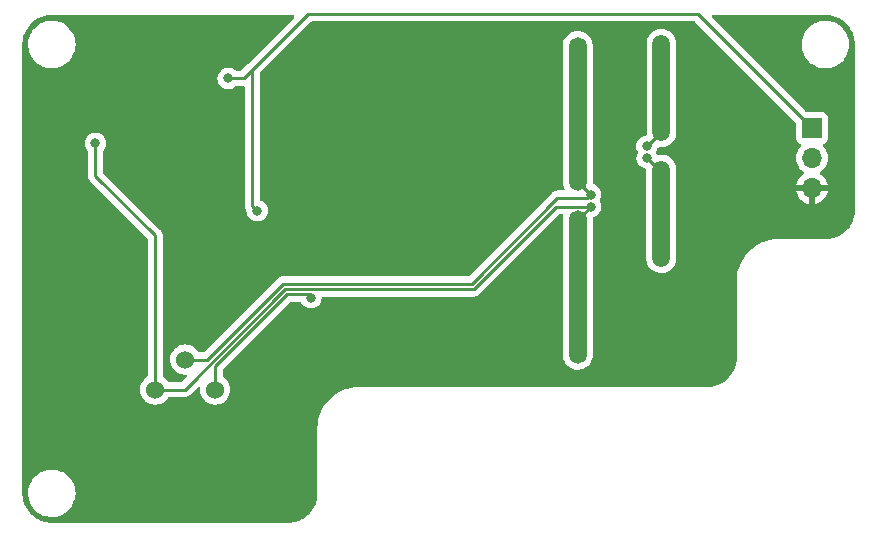
<source format=gbl>
G04 #@! TF.GenerationSoftware,KiCad,Pcbnew,(6.0.1-0)*
G04 #@! TF.CreationDate,2022-01-17T01:44:42+01:00*
G04 #@! TF.ProjectId,f_buzzer,665f6275-7a7a-4657-922e-6b696361645f,rev?*
G04 #@! TF.SameCoordinates,Original*
G04 #@! TF.FileFunction,Copper,L2,Bot*
G04 #@! TF.FilePolarity,Positive*
%FSLAX46Y46*%
G04 Gerber Fmt 4.6, Leading zero omitted, Abs format (unit mm)*
G04 Created by KiCad (PCBNEW (6.0.1-0)) date 2022-01-17 01:44:42*
%MOMM*%
%LPD*%
G01*
G04 APERTURE LIST*
G04 #@! TA.AperFunction,ComponentPad*
%ADD10O,1.500000X9.000000*%
G04 #@! TD*
G04 #@! TA.AperFunction,ComponentPad*
%ADD11C,1.524000*%
G04 #@! TD*
G04 #@! TA.AperFunction,ComponentPad*
%ADD12R,1.700000X1.700000*%
G04 #@! TD*
G04 #@! TA.AperFunction,ComponentPad*
%ADD13O,1.700000X1.700000*%
G04 #@! TD*
G04 #@! TA.AperFunction,ComponentPad*
%ADD14O,1.500000X13.000000*%
G04 #@! TD*
G04 #@! TA.AperFunction,ViaPad*
%ADD15C,0.800000*%
G04 #@! TD*
G04 #@! TA.AperFunction,Conductor*
%ADD16C,0.250000*%
G04 #@! TD*
G04 APERTURE END LIST*
D10*
X168820000Y-82850000D03*
X168810000Y-93490000D03*
D11*
X131035000Y-108365000D03*
X128495000Y-105825000D03*
X125955000Y-108365000D03*
D12*
X181570000Y-86230000D03*
D13*
X181570000Y-88770000D03*
X181570000Y-91310000D03*
D14*
X161740000Y-85020000D03*
X161740000Y-99680000D03*
D15*
X167610000Y-88760000D03*
X120900000Y-87520000D03*
X162820000Y-92869503D03*
X162820000Y-91870000D03*
X167594385Y-87760620D03*
X139150000Y-100584020D03*
X132150000Y-82020000D03*
X134600000Y-93220000D03*
D16*
X125955000Y-108365000D02*
X125955000Y-95305000D01*
X162820000Y-92869503D02*
X161740000Y-93949503D01*
X128449282Y-108365000D02*
X125955000Y-108365000D01*
X163111601Y-92869503D02*
X162820000Y-92869503D01*
X167610000Y-88760000D02*
X168810000Y-89960000D01*
X120900000Y-90250000D02*
X120900000Y-87520000D01*
X168810000Y-89960000D02*
X168810000Y-93490000D01*
X125955000Y-95305000D02*
X120900000Y-90250000D01*
X152936197Y-99859520D02*
X136954762Y-99859520D01*
X136954762Y-99859520D02*
X128449282Y-108365000D01*
X159926214Y-92869503D02*
X152936197Y-99859520D01*
X162820000Y-92869503D02*
X159926214Y-92869503D01*
X161740000Y-93949503D02*
X161740000Y-99680000D01*
X161740000Y-99680000D02*
X161740000Y-94870000D01*
X152749999Y-99410000D02*
X136768564Y-99410000D01*
X136768564Y-99410000D02*
X130353564Y-105825000D01*
X161740000Y-85020000D02*
X161740000Y-90420000D01*
X168820000Y-86535005D02*
X168820000Y-82850000D01*
X162820000Y-91870000D02*
X161740000Y-90790000D01*
X160015007Y-92144992D02*
X152749999Y-99410000D01*
X162820000Y-91870000D02*
X162545008Y-92144992D01*
X167594385Y-87760620D02*
X167584766Y-87760620D01*
X130353564Y-105825000D02*
X128495000Y-105825000D01*
X161740000Y-90790000D02*
X161740000Y-85020000D01*
X162545008Y-92144992D02*
X160015007Y-92144992D01*
X167594385Y-87760620D02*
X168820000Y-86535005D01*
X131035000Y-106415000D02*
X137140960Y-100309040D01*
X137140960Y-100309040D02*
X138875020Y-100309040D01*
X138875020Y-100309040D02*
X139150000Y-100584020D01*
X131035000Y-108365000D02*
X131035000Y-106415000D01*
X134200000Y-92820000D02*
X134200000Y-81280000D01*
X171900000Y-76550000D02*
X181580000Y-86230000D01*
X134200000Y-81280000D02*
X138930000Y-76550000D01*
X138930000Y-76550000D02*
X171900000Y-76550000D01*
X134600000Y-93220000D02*
X134200000Y-92820000D01*
X133460000Y-82020000D02*
X132150000Y-82020000D01*
X134200000Y-81280000D02*
X133460000Y-82020000D01*
G04 #@! TA.AperFunction,Conductor*
G36*
X137690027Y-76678002D02*
G01*
X137736520Y-76731658D01*
X137746624Y-76801932D01*
X137717130Y-76866512D01*
X137711002Y-76873094D01*
X135754546Y-78829549D01*
X133807747Y-80776348D01*
X133799461Y-80783888D01*
X133792982Y-80788000D01*
X133787557Y-80793777D01*
X133746357Y-80837651D01*
X133743602Y-80840493D01*
X133234499Y-81349596D01*
X133172187Y-81383621D01*
X133145404Y-81386500D01*
X132858200Y-81386500D01*
X132790079Y-81366498D01*
X132770853Y-81350157D01*
X132770580Y-81350460D01*
X132765668Y-81346037D01*
X132761253Y-81341134D01*
X132606752Y-81228882D01*
X132600724Y-81226198D01*
X132600722Y-81226197D01*
X132438319Y-81153891D01*
X132438318Y-81153891D01*
X132432288Y-81151206D01*
X132318606Y-81127042D01*
X132251944Y-81112872D01*
X132251939Y-81112872D01*
X132245487Y-81111500D01*
X132054513Y-81111500D01*
X132048061Y-81112872D01*
X132048056Y-81112872D01*
X131981394Y-81127042D01*
X131867712Y-81151206D01*
X131861682Y-81153891D01*
X131861681Y-81153891D01*
X131699278Y-81226197D01*
X131699276Y-81226198D01*
X131693248Y-81228882D01*
X131538747Y-81341134D01*
X131534326Y-81346044D01*
X131534325Y-81346045D01*
X131500492Y-81383621D01*
X131410960Y-81483056D01*
X131315473Y-81648444D01*
X131256458Y-81830072D01*
X131236496Y-82020000D01*
X131256458Y-82209928D01*
X131315473Y-82391556D01*
X131410960Y-82556944D01*
X131538747Y-82698866D01*
X131693248Y-82811118D01*
X131699276Y-82813802D01*
X131699278Y-82813803D01*
X131861681Y-82886109D01*
X131867712Y-82888794D01*
X131961112Y-82908647D01*
X132048056Y-82927128D01*
X132048061Y-82927128D01*
X132054513Y-82928500D01*
X132245487Y-82928500D01*
X132251939Y-82927128D01*
X132251944Y-82927128D01*
X132338888Y-82908647D01*
X132432288Y-82888794D01*
X132438319Y-82886109D01*
X132600722Y-82813803D01*
X132600724Y-82813802D01*
X132606752Y-82811118D01*
X132648911Y-82780488D01*
X132739671Y-82714546D01*
X132761253Y-82698866D01*
X132765668Y-82693963D01*
X132770580Y-82689540D01*
X132771705Y-82690789D01*
X132825014Y-82657949D01*
X132858200Y-82653500D01*
X133381233Y-82653500D01*
X133392416Y-82654027D01*
X133399909Y-82655702D01*
X133407834Y-82655453D01*
X133407835Y-82655453D01*
X133414630Y-82655239D01*
X133436542Y-82654550D01*
X133505255Y-82672401D01*
X133553412Y-82724569D01*
X133566500Y-82780488D01*
X133566500Y-92741233D01*
X133565973Y-92752416D01*
X133564298Y-92759909D01*
X133564547Y-92767835D01*
X133564547Y-92767836D01*
X133566438Y-92827986D01*
X133566500Y-92831945D01*
X133566500Y-92859856D01*
X133566997Y-92863790D01*
X133566997Y-92863791D01*
X133567005Y-92863856D01*
X133567938Y-92875693D01*
X133569327Y-92919889D01*
X133574978Y-92939339D01*
X133578987Y-92958700D01*
X133581526Y-92978797D01*
X133584445Y-92986168D01*
X133584445Y-92986170D01*
X133597804Y-93019912D01*
X133601649Y-93031142D01*
X133613982Y-93073593D01*
X133618015Y-93080412D01*
X133618017Y-93080417D01*
X133624293Y-93091028D01*
X133632988Y-93108776D01*
X133640448Y-93127617D01*
X133645111Y-93134035D01*
X133663123Y-93158827D01*
X133683114Y-93220355D01*
X133686496Y-93220000D01*
X133706458Y-93409928D01*
X133765473Y-93591556D01*
X133860960Y-93756944D01*
X133865378Y-93761851D01*
X133865379Y-93761852D01*
X133965458Y-93873001D01*
X133988747Y-93898866D01*
X134143248Y-94011118D01*
X134149276Y-94013802D01*
X134149278Y-94013803D01*
X134193912Y-94033675D01*
X134317712Y-94088794D01*
X134411112Y-94108647D01*
X134498056Y-94127128D01*
X134498061Y-94127128D01*
X134504513Y-94128500D01*
X134695487Y-94128500D01*
X134701939Y-94127128D01*
X134701944Y-94127128D01*
X134788887Y-94108647D01*
X134882288Y-94088794D01*
X135006088Y-94033675D01*
X135050722Y-94013803D01*
X135050724Y-94013802D01*
X135056752Y-94011118D01*
X135211253Y-93898866D01*
X135234542Y-93873001D01*
X135334621Y-93761852D01*
X135334622Y-93761851D01*
X135339040Y-93756944D01*
X135434527Y-93591556D01*
X135493542Y-93409928D01*
X135513504Y-93220000D01*
X135511381Y-93199798D01*
X135494232Y-93036635D01*
X135494232Y-93036633D01*
X135493542Y-93030072D01*
X135434527Y-92848444D01*
X135339040Y-92683056D01*
X135268910Y-92605168D01*
X135215675Y-92546045D01*
X135215674Y-92546044D01*
X135211253Y-92541134D01*
X135056752Y-92428882D01*
X135050724Y-92426198D01*
X135050722Y-92426197D01*
X134908251Y-92362765D01*
X134854155Y-92316785D01*
X134833500Y-92247658D01*
X134833500Y-81594594D01*
X134853502Y-81526473D01*
X134870405Y-81505499D01*
X139155499Y-77220405D01*
X139217811Y-77186379D01*
X139244594Y-77183500D01*
X171585406Y-77183500D01*
X171653527Y-77203502D01*
X171674501Y-77220405D01*
X180174595Y-85720499D01*
X180208621Y-85782811D01*
X180211500Y-85809594D01*
X180211500Y-87128134D01*
X180218255Y-87190316D01*
X180269385Y-87326705D01*
X180356739Y-87443261D01*
X180473295Y-87530615D01*
X180481704Y-87533767D01*
X180481705Y-87533768D01*
X180590451Y-87574535D01*
X180647216Y-87617176D01*
X180671916Y-87683738D01*
X180656709Y-87753087D01*
X180637316Y-87779568D01*
X180524829Y-87897279D01*
X180510629Y-87912138D01*
X180507715Y-87916410D01*
X180507714Y-87916411D01*
X180484427Y-87950548D01*
X180384743Y-88096680D01*
X180365612Y-88137894D01*
X180302512Y-88273833D01*
X180290688Y-88299305D01*
X180230989Y-88514570D01*
X180207251Y-88736695D01*
X180207548Y-88741848D01*
X180207548Y-88741851D01*
X180213011Y-88836590D01*
X180220110Y-88959715D01*
X180221247Y-88964761D01*
X180221248Y-88964767D01*
X180241119Y-89052939D01*
X180269222Y-89177639D01*
X180353266Y-89384616D01*
X180355965Y-89389020D01*
X180456944Y-89553803D01*
X180469987Y-89575088D01*
X180616250Y-89743938D01*
X180788126Y-89886632D01*
X180861955Y-89929774D01*
X180910679Y-89981412D01*
X180923750Y-90051195D01*
X180897019Y-90116967D01*
X180856562Y-90150327D01*
X180848457Y-90154546D01*
X180839738Y-90160036D01*
X180669433Y-90287905D01*
X180661726Y-90294748D01*
X180514590Y-90448717D01*
X180508104Y-90456727D01*
X180388098Y-90632649D01*
X180383000Y-90641623D01*
X180293338Y-90834783D01*
X180289775Y-90844470D01*
X180234389Y-91044183D01*
X180235912Y-91052607D01*
X180248292Y-91056000D01*
X182888344Y-91056000D01*
X182901875Y-91052027D01*
X182903180Y-91042947D01*
X182861214Y-90875875D01*
X182857894Y-90866124D01*
X182772972Y-90670814D01*
X182768105Y-90661739D01*
X182652426Y-90482926D01*
X182646136Y-90474757D01*
X182502806Y-90317240D01*
X182495273Y-90310215D01*
X182328139Y-90178222D01*
X182319556Y-90172520D01*
X182282602Y-90152120D01*
X182232631Y-90101687D01*
X182217859Y-90032245D01*
X182242975Y-89965839D01*
X182270327Y-89939232D01*
X182293797Y-89922491D01*
X182449860Y-89811173D01*
X182608096Y-89653489D01*
X182627771Y-89626109D01*
X182735435Y-89476277D01*
X182738453Y-89472077D01*
X182837430Y-89271811D01*
X182902370Y-89058069D01*
X182931529Y-88836590D01*
X182933156Y-88770000D01*
X182914852Y-88547361D01*
X182860431Y-88330702D01*
X182771354Y-88125840D01*
X182723084Y-88051226D01*
X182652822Y-87942617D01*
X182652820Y-87942614D01*
X182650014Y-87938277D01*
X182646532Y-87934450D01*
X182502798Y-87776488D01*
X182471746Y-87712642D01*
X182480141Y-87642143D01*
X182525317Y-87587375D01*
X182551761Y-87573706D01*
X182658297Y-87533767D01*
X182666705Y-87530615D01*
X182783261Y-87443261D01*
X182870615Y-87326705D01*
X182921745Y-87190316D01*
X182928500Y-87128134D01*
X182928500Y-85331866D01*
X182921745Y-85269684D01*
X182870615Y-85133295D01*
X182783261Y-85016739D01*
X182666705Y-84929385D01*
X182530316Y-84878255D01*
X182468134Y-84871500D01*
X181169595Y-84871500D01*
X181101474Y-84851498D01*
X181080500Y-84834595D01*
X175374829Y-79128924D01*
X180697418Y-79128924D01*
X180697835Y-79136150D01*
X180713179Y-79402257D01*
X180714004Y-79406462D01*
X180714005Y-79406470D01*
X180742848Y-79553483D01*
X180765889Y-79670923D01*
X180767276Y-79674974D01*
X180785275Y-79727544D01*
X180854573Y-79929950D01*
X180856499Y-79933779D01*
X180919495Y-80059032D01*
X180977591Y-80174544D01*
X180980017Y-80178073D01*
X180980020Y-80178079D01*
X181014642Y-80228454D01*
X181132666Y-80400179D01*
X181316929Y-80602681D01*
X181526969Y-80778302D01*
X181530595Y-80780577D01*
X181530597Y-80780578D01*
X181542429Y-80788000D01*
X181758901Y-80923792D01*
X181762803Y-80925554D01*
X181762807Y-80925556D01*
X182004520Y-81034694D01*
X182004524Y-81034696D01*
X182008432Y-81036460D01*
X182012551Y-81037680D01*
X182266832Y-81113002D01*
X182266837Y-81113003D01*
X182270945Y-81114220D01*
X182275179Y-81114868D01*
X182275184Y-81114869D01*
X182537340Y-81154984D01*
X182537342Y-81154984D01*
X182541582Y-81155633D01*
X182680913Y-81157822D01*
X182811045Y-81159867D01*
X182811051Y-81159867D01*
X182815336Y-81159934D01*
X183087141Y-81127042D01*
X183351967Y-81057566D01*
X183604914Y-80952792D01*
X183799510Y-80839079D01*
X183837598Y-80816822D01*
X183837599Y-80816821D01*
X183841301Y-80814658D01*
X184056754Y-80645722D01*
X184101539Y-80599508D01*
X184244303Y-80452186D01*
X184247286Y-80449108D01*
X184249819Y-80445660D01*
X184249823Y-80445655D01*
X184406834Y-80231909D01*
X184409372Y-80228454D01*
X184411418Y-80224686D01*
X184537962Y-79991621D01*
X184537963Y-79991619D01*
X184540012Y-79987845D01*
X184636789Y-79731732D01*
X184697912Y-79464854D01*
X184710031Y-79329075D01*
X184722031Y-79194616D01*
X184722251Y-79192151D01*
X184722341Y-79183599D01*
X184722666Y-79152485D01*
X184722692Y-79150000D01*
X184722523Y-79147519D01*
X184704362Y-78881123D01*
X184704361Y-78881117D01*
X184704070Y-78876846D01*
X184698433Y-78849623D01*
X184675790Y-78740284D01*
X184648550Y-78608747D01*
X184557157Y-78350664D01*
X184551590Y-78339877D01*
X184433550Y-78111178D01*
X184433549Y-78111177D01*
X184431585Y-78107371D01*
X184428270Y-78102654D01*
X184276619Y-77886877D01*
X184276614Y-77886871D01*
X184274155Y-77883372D01*
X184202189Y-77805927D01*
X184090703Y-77685954D01*
X184090700Y-77685951D01*
X184087782Y-77682811D01*
X184084466Y-77680097D01*
X184084463Y-77680094D01*
X183879233Y-77512114D01*
X183879226Y-77512109D01*
X183875915Y-77509399D01*
X183642472Y-77366345D01*
X183638555Y-77364626D01*
X183638552Y-77364624D01*
X183456506Y-77284712D01*
X183391775Y-77256297D01*
X183387647Y-77255121D01*
X183387644Y-77255120D01*
X183306557Y-77232022D01*
X183128462Y-77181290D01*
X183124220Y-77180686D01*
X183124214Y-77180685D01*
X182925596Y-77152418D01*
X182857406Y-77142713D01*
X182713671Y-77141961D01*
X182587908Y-77141302D01*
X182587902Y-77141302D01*
X182583622Y-77141280D01*
X182579378Y-77141839D01*
X182579374Y-77141839D01*
X182460397Y-77157503D01*
X182312177Y-77177016D01*
X182308037Y-77178149D01*
X182308035Y-77178149D01*
X182215360Y-77203502D01*
X182048093Y-77249261D01*
X181796257Y-77356678D01*
X181561329Y-77497280D01*
X181557978Y-77499964D01*
X181557976Y-77499966D01*
X181546202Y-77509399D01*
X181347657Y-77668463D01*
X181217209Y-77805927D01*
X181162716Y-77863351D01*
X181159194Y-77867062D01*
X180999428Y-78089400D01*
X180871314Y-78331364D01*
X180831399Y-78440439D01*
X180787234Y-78561127D01*
X180777225Y-78588477D01*
X180718899Y-78855980D01*
X180715058Y-78904783D01*
X180698003Y-79121496D01*
X180697418Y-79128924D01*
X175374829Y-79128924D01*
X173119000Y-76873095D01*
X173084974Y-76810783D01*
X173090039Y-76739968D01*
X173132586Y-76683132D01*
X173199106Y-76658321D01*
X173208095Y-76658000D01*
X182660672Y-76658000D01*
X182680057Y-76659500D01*
X182694858Y-76661805D01*
X182694861Y-76661805D01*
X182703730Y-76663186D01*
X182720899Y-76660941D01*
X182744839Y-76660108D01*
X183002770Y-76675710D01*
X183017874Y-76677544D01*
X183088648Y-76690514D01*
X183298879Y-76729040D01*
X183313641Y-76732678D01*
X183586408Y-76817675D01*
X183600627Y-76823069D01*
X183861140Y-76940316D01*
X183874609Y-76947385D01*
X184119095Y-77095182D01*
X184131617Y-77103825D01*
X184356507Y-77280016D01*
X184367895Y-77290106D01*
X184569894Y-77492105D01*
X184579984Y-77503493D01*
X184756175Y-77728383D01*
X184764818Y-77740905D01*
X184912615Y-77985391D01*
X184919684Y-77998860D01*
X185011613Y-78203118D01*
X185036930Y-78259370D01*
X185042325Y-78273592D01*
X185116238Y-78510786D01*
X185127321Y-78546353D01*
X185130960Y-78561121D01*
X185162785Y-78734783D01*
X185182456Y-78842126D01*
X185184290Y-78857230D01*
X185199455Y-79107929D01*
X185198198Y-79134639D01*
X185198195Y-79134859D01*
X185196814Y-79143730D01*
X185197978Y-79152632D01*
X185197978Y-79152635D01*
X185200936Y-79175251D01*
X185202000Y-79191589D01*
X185202000Y-93100672D01*
X185200500Y-93120057D01*
X185198324Y-93134035D01*
X185196814Y-93143730D01*
X185198788Y-93158827D01*
X185199059Y-93160897D01*
X185199892Y-93184839D01*
X185184290Y-93442770D01*
X185182456Y-93457874D01*
X185131068Y-93738297D01*
X185130962Y-93738873D01*
X185127322Y-93753641D01*
X185042326Y-94026404D01*
X185036931Y-94040627D01*
X185014636Y-94090166D01*
X184919686Y-94301136D01*
X184912615Y-94314609D01*
X184764818Y-94559095D01*
X184756175Y-94571617D01*
X184579984Y-94796507D01*
X184569894Y-94807895D01*
X184367895Y-95009894D01*
X184356507Y-95019984D01*
X184131617Y-95196175D01*
X184119095Y-95204818D01*
X183874609Y-95352615D01*
X183861140Y-95359684D01*
X183600630Y-95476930D01*
X183586408Y-95482325D01*
X183313641Y-95567322D01*
X183298879Y-95570960D01*
X183088648Y-95609486D01*
X183017874Y-95622456D01*
X183002770Y-95624290D01*
X182752071Y-95639455D01*
X182725361Y-95638198D01*
X182725141Y-95638195D01*
X182716270Y-95636814D01*
X182707368Y-95637978D01*
X182707365Y-95637978D01*
X182684749Y-95640936D01*
X182668411Y-95642000D01*
X178763207Y-95642000D01*
X178742303Y-95640254D01*
X178739137Y-95639721D01*
X178722539Y-95636929D01*
X178716419Y-95636854D01*
X178714867Y-95636835D01*
X178714862Y-95636835D01*
X178710000Y-95636776D01*
X178705172Y-95637467D01*
X178705053Y-95637475D01*
X178693583Y-95638575D01*
X178368831Y-95654529D01*
X178368827Y-95654529D01*
X178365741Y-95654681D01*
X178024798Y-95705256D01*
X178021803Y-95706006D01*
X178021804Y-95706006D01*
X177693454Y-95788253D01*
X177693449Y-95788255D01*
X177690453Y-95789005D01*
X177687554Y-95790042D01*
X177687545Y-95790045D01*
X177528190Y-95847063D01*
X177365927Y-95905122D01*
X177363144Y-95906438D01*
X177363135Y-95906442D01*
X177057128Y-96051173D01*
X177054346Y-96052489D01*
X177051704Y-96054072D01*
X177051705Y-96054072D01*
X176761359Y-96228098D01*
X176761350Y-96228104D01*
X176758709Y-96229687D01*
X176481864Y-96435009D01*
X176226478Y-96666478D01*
X175995009Y-96921864D01*
X175789687Y-97198709D01*
X175788104Y-97201350D01*
X175788098Y-97201359D01*
X175730774Y-97296999D01*
X175612489Y-97494346D01*
X175611175Y-97497125D01*
X175611173Y-97497128D01*
X175466442Y-97803135D01*
X175466438Y-97803144D01*
X175465122Y-97805927D01*
X175439278Y-97878156D01*
X175373822Y-98061095D01*
X175349005Y-98130453D01*
X175348255Y-98133449D01*
X175348253Y-98133454D01*
X175325292Y-98225119D01*
X175265256Y-98464798D01*
X175214681Y-98805741D01*
X175214529Y-98808827D01*
X175214529Y-98808831D01*
X175199349Y-99117828D01*
X175197756Y-99132544D01*
X175196929Y-99137461D01*
X175196776Y-99150000D01*
X175197466Y-99154815D01*
X175200727Y-99177588D01*
X175202000Y-99195451D01*
X175202000Y-105600672D01*
X175200500Y-105620056D01*
X175196814Y-105643730D01*
X175199059Y-105660897D01*
X175199892Y-105684839D01*
X175184290Y-105942770D01*
X175182456Y-105957874D01*
X175174066Y-106003656D01*
X175139192Y-106193964D01*
X175130962Y-106238873D01*
X175127322Y-106253641D01*
X175060779Y-106467185D01*
X175042326Y-106526404D01*
X175036931Y-106540627D01*
X174968371Y-106692963D01*
X174919686Y-106801136D01*
X174912615Y-106814609D01*
X174764818Y-107059095D01*
X174756175Y-107071617D01*
X174579984Y-107296507D01*
X174569894Y-107307895D01*
X174367895Y-107509894D01*
X174356507Y-107519984D01*
X174131617Y-107696175D01*
X174119095Y-107704818D01*
X173874609Y-107852615D01*
X173861140Y-107859684D01*
X173695763Y-107934114D01*
X173600630Y-107976930D01*
X173586408Y-107982325D01*
X173313641Y-108067322D01*
X173298879Y-108070960D01*
X173088648Y-108109486D01*
X173017874Y-108122456D01*
X173002770Y-108124290D01*
X172752071Y-108139455D01*
X172725361Y-108138198D01*
X172725141Y-108138195D01*
X172716270Y-108136814D01*
X172707368Y-108137978D01*
X172707365Y-108137978D01*
X172684749Y-108140936D01*
X172668411Y-108142000D01*
X143263207Y-108142000D01*
X143242303Y-108140254D01*
X143239137Y-108139721D01*
X143222539Y-108136929D01*
X143216419Y-108136854D01*
X143214867Y-108136835D01*
X143214862Y-108136835D01*
X143210000Y-108136776D01*
X143205172Y-108137467D01*
X143205053Y-108137475D01*
X143193583Y-108138575D01*
X142868831Y-108154529D01*
X142868827Y-108154529D01*
X142865741Y-108154681D01*
X142524798Y-108205256D01*
X142521803Y-108206006D01*
X142521804Y-108206006D01*
X142193454Y-108288253D01*
X142193449Y-108288255D01*
X142190453Y-108289005D01*
X142187554Y-108290042D01*
X142187545Y-108290045D01*
X142028190Y-108347064D01*
X141865927Y-108405122D01*
X141863144Y-108406438D01*
X141863135Y-108406442D01*
X141557128Y-108551173D01*
X141554346Y-108552489D01*
X141551704Y-108554072D01*
X141551705Y-108554072D01*
X141261359Y-108728098D01*
X141261350Y-108728104D01*
X141258709Y-108729687D01*
X141256224Y-108731530D01*
X140992031Y-108927469D01*
X140981864Y-108935009D01*
X140726478Y-109166478D01*
X140495009Y-109421864D01*
X140493168Y-109424347D01*
X140493165Y-109424350D01*
X140391732Y-109561117D01*
X140289687Y-109698709D01*
X140288104Y-109701350D01*
X140288098Y-109701359D01*
X140125440Y-109972739D01*
X140112489Y-109994346D01*
X140111175Y-109997125D01*
X140111173Y-109997128D01*
X139966442Y-110303135D01*
X139966438Y-110303144D01*
X139965122Y-110305927D01*
X139849005Y-110630453D01*
X139765256Y-110964798D01*
X139714681Y-111305741D01*
X139714529Y-111308827D01*
X139714529Y-111308831D01*
X139699349Y-111617828D01*
X139697756Y-111632544D01*
X139696929Y-111637461D01*
X139696776Y-111650000D01*
X139697466Y-111654815D01*
X139700727Y-111677588D01*
X139702000Y-111695451D01*
X139702000Y-117100672D01*
X139700500Y-117120056D01*
X139696814Y-117143730D01*
X139698454Y-117156270D01*
X139699059Y-117160897D01*
X139699892Y-117184839D01*
X139684290Y-117442770D01*
X139682456Y-117457874D01*
X139669486Y-117528648D01*
X139632271Y-117731732D01*
X139630962Y-117738873D01*
X139627322Y-117753641D01*
X139553165Y-117991621D01*
X139542326Y-118026404D01*
X139536931Y-118040627D01*
X139478385Y-118170713D01*
X139419686Y-118301136D01*
X139412615Y-118314609D01*
X139264818Y-118559095D01*
X139256175Y-118571617D01*
X139079984Y-118796507D01*
X139069894Y-118807895D01*
X138867895Y-119009894D01*
X138856507Y-119019984D01*
X138631617Y-119196175D01*
X138619095Y-119204818D01*
X138374609Y-119352615D01*
X138361140Y-119359684D01*
X138100630Y-119476930D01*
X138086408Y-119482325D01*
X137813641Y-119567322D01*
X137798879Y-119570960D01*
X137588648Y-119609486D01*
X137517874Y-119622456D01*
X137502770Y-119624290D01*
X137252071Y-119639455D01*
X137225361Y-119638198D01*
X137225141Y-119638195D01*
X137216270Y-119636814D01*
X137207368Y-119637978D01*
X137207365Y-119637978D01*
X137184749Y-119640936D01*
X137168411Y-119642000D01*
X117259328Y-119642000D01*
X117239943Y-119640500D01*
X117225142Y-119638195D01*
X117225139Y-119638195D01*
X117216270Y-119636814D01*
X117199101Y-119639059D01*
X117175161Y-119639892D01*
X116917230Y-119624290D01*
X116902126Y-119622456D01*
X116831352Y-119609486D01*
X116621121Y-119570960D01*
X116606359Y-119567322D01*
X116333592Y-119482325D01*
X116319370Y-119476930D01*
X116058860Y-119359684D01*
X116045391Y-119352615D01*
X115800905Y-119204818D01*
X115788383Y-119196175D01*
X115563493Y-119019984D01*
X115552105Y-119009894D01*
X115350106Y-118807895D01*
X115340016Y-118796507D01*
X115163825Y-118571617D01*
X115155182Y-118559095D01*
X115007385Y-118314609D01*
X115000314Y-118301136D01*
X114941616Y-118170713D01*
X114883069Y-118040627D01*
X114877674Y-118026404D01*
X114866835Y-117991621D01*
X114792678Y-117753641D01*
X114789038Y-117738873D01*
X114787730Y-117731732D01*
X114750514Y-117528648D01*
X114737544Y-117457874D01*
X114735710Y-117442770D01*
X114720545Y-117192071D01*
X114721802Y-117165361D01*
X114721805Y-117165141D01*
X114723186Y-117156270D01*
X114721547Y-117143730D01*
X114719610Y-117128924D01*
X115197418Y-117128924D01*
X115197835Y-117136150D01*
X115213179Y-117402257D01*
X115214004Y-117406462D01*
X115214005Y-117406470D01*
X115242848Y-117553483D01*
X115265889Y-117670923D01*
X115267276Y-117674974D01*
X115294212Y-117753647D01*
X115354573Y-117929950D01*
X115356499Y-117933779D01*
X115419495Y-118059032D01*
X115477591Y-118174544D01*
X115480017Y-118178073D01*
X115480020Y-118178079D01*
X115514642Y-118228454D01*
X115632666Y-118400179D01*
X115816929Y-118602681D01*
X116026969Y-118778302D01*
X116030595Y-118780577D01*
X116030597Y-118780578D01*
X116080703Y-118812009D01*
X116258901Y-118923792D01*
X116262803Y-118925554D01*
X116262807Y-118925556D01*
X116504520Y-119034694D01*
X116504524Y-119034696D01*
X116508432Y-119036460D01*
X116512551Y-119037680D01*
X116766832Y-119113002D01*
X116766837Y-119113003D01*
X116770945Y-119114220D01*
X116775179Y-119114868D01*
X116775184Y-119114869D01*
X117037340Y-119154984D01*
X117037342Y-119154984D01*
X117041582Y-119155633D01*
X117180913Y-119157822D01*
X117311045Y-119159867D01*
X117311051Y-119159867D01*
X117315336Y-119159934D01*
X117587141Y-119127042D01*
X117851967Y-119057566D01*
X118104914Y-118952792D01*
X118341301Y-118814658D01*
X118556754Y-118645722D01*
X118601539Y-118599508D01*
X118744303Y-118452186D01*
X118747286Y-118449108D01*
X118749819Y-118445660D01*
X118749823Y-118445655D01*
X118906834Y-118231909D01*
X118909372Y-118228454D01*
X118911418Y-118224686D01*
X119037962Y-117991621D01*
X119037963Y-117991619D01*
X119040012Y-117987845D01*
X119128508Y-117753647D01*
X119135271Y-117735750D01*
X119135272Y-117735746D01*
X119136789Y-117731732D01*
X119186386Y-117515180D01*
X119196954Y-117469038D01*
X119196955Y-117469034D01*
X119197912Y-117464854D01*
X119210031Y-117329075D01*
X119222031Y-117194616D01*
X119222251Y-117192151D01*
X119222692Y-117150000D01*
X119222523Y-117147519D01*
X119204362Y-116881123D01*
X119204361Y-116881117D01*
X119204070Y-116876846D01*
X119148550Y-116608747D01*
X119057157Y-116350664D01*
X119049277Y-116335395D01*
X118933550Y-116111178D01*
X118933549Y-116111177D01*
X118931585Y-116107371D01*
X118929122Y-116103866D01*
X118776619Y-115886877D01*
X118776614Y-115886871D01*
X118774155Y-115883372D01*
X118587782Y-115682811D01*
X118584466Y-115680097D01*
X118584463Y-115680094D01*
X118379233Y-115512114D01*
X118379226Y-115512109D01*
X118375915Y-115509399D01*
X118142472Y-115366345D01*
X118138555Y-115364626D01*
X118138552Y-115364624D01*
X118028232Y-115316197D01*
X117891775Y-115256297D01*
X117887647Y-115255121D01*
X117887644Y-115255120D01*
X117806557Y-115232022D01*
X117628462Y-115181290D01*
X117624220Y-115180686D01*
X117624214Y-115180685D01*
X117425596Y-115152418D01*
X117357406Y-115142713D01*
X117213671Y-115141961D01*
X117087908Y-115141302D01*
X117087902Y-115141302D01*
X117083622Y-115141280D01*
X117079378Y-115141839D01*
X117079374Y-115141839D01*
X116960397Y-115157503D01*
X116812177Y-115177016D01*
X116808037Y-115178149D01*
X116808035Y-115178149D01*
X116792251Y-115182467D01*
X116548093Y-115249261D01*
X116296257Y-115356678D01*
X116061329Y-115497280D01*
X116057978Y-115499964D01*
X116057976Y-115499966D01*
X116046202Y-115509399D01*
X115847657Y-115668463D01*
X115659194Y-115867062D01*
X115499428Y-116089400D01*
X115371314Y-116331364D01*
X115277225Y-116588477D01*
X115218899Y-116855980D01*
X115197418Y-117128924D01*
X114719610Y-117128924D01*
X114719064Y-117124749D01*
X114718000Y-117108411D01*
X114718000Y-87520000D01*
X119986496Y-87520000D01*
X119987186Y-87526565D01*
X119999334Y-87642143D01*
X120006458Y-87709928D01*
X120065473Y-87891556D01*
X120160960Y-88056944D01*
X120234137Y-88138215D01*
X120264853Y-88202221D01*
X120266500Y-88222524D01*
X120266500Y-90171233D01*
X120265973Y-90182416D01*
X120264298Y-90189909D01*
X120264547Y-90197835D01*
X120264547Y-90197836D01*
X120266438Y-90257986D01*
X120266500Y-90261945D01*
X120266500Y-90289856D01*
X120266997Y-90293790D01*
X120266997Y-90293791D01*
X120267005Y-90293856D01*
X120267938Y-90305693D01*
X120269327Y-90349889D01*
X120274978Y-90369339D01*
X120278987Y-90388700D01*
X120281526Y-90408797D01*
X120284445Y-90416168D01*
X120284445Y-90416170D01*
X120297804Y-90449912D01*
X120301649Y-90461142D01*
X120307978Y-90482926D01*
X120313982Y-90503593D01*
X120318015Y-90510412D01*
X120318017Y-90510417D01*
X120324293Y-90521028D01*
X120332988Y-90538776D01*
X120340448Y-90557617D01*
X120345110Y-90564033D01*
X120345110Y-90564034D01*
X120366436Y-90593387D01*
X120372952Y-90603307D01*
X120395458Y-90641362D01*
X120409779Y-90655683D01*
X120422619Y-90670716D01*
X120434528Y-90687107D01*
X120440634Y-90692158D01*
X120468605Y-90715298D01*
X120477384Y-90723288D01*
X125284595Y-95530499D01*
X125318621Y-95592811D01*
X125321500Y-95619594D01*
X125321500Y-107191996D01*
X125301498Y-107260117D01*
X125267771Y-107295209D01*
X125139730Y-107384864D01*
X125139727Y-107384866D01*
X125135219Y-107388023D01*
X124978023Y-107545219D01*
X124974866Y-107549727D01*
X124974864Y-107549730D01*
X124869031Y-107700876D01*
X124850512Y-107727324D01*
X124848189Y-107732306D01*
X124848186Y-107732311D01*
X124790250Y-107856556D01*
X124756560Y-107928804D01*
X124699022Y-108143537D01*
X124679647Y-108365000D01*
X124699022Y-108586463D01*
X124700446Y-108591776D01*
X124754050Y-108791827D01*
X124756560Y-108801196D01*
X124758882Y-108806177D01*
X124758883Y-108806178D01*
X124848186Y-108997689D01*
X124848189Y-108997694D01*
X124850512Y-109002676D01*
X124853668Y-109007183D01*
X124853669Y-109007185D01*
X124971994Y-109176170D01*
X124978023Y-109184781D01*
X125135219Y-109341977D01*
X125139727Y-109345134D01*
X125139730Y-109345136D01*
X125215495Y-109398187D01*
X125317323Y-109469488D01*
X125322305Y-109471811D01*
X125322310Y-109471814D01*
X125513822Y-109561117D01*
X125518804Y-109563440D01*
X125524112Y-109564862D01*
X125524114Y-109564863D01*
X125589949Y-109582503D01*
X125733537Y-109620978D01*
X125955000Y-109640353D01*
X126176463Y-109620978D01*
X126320051Y-109582503D01*
X126385886Y-109564863D01*
X126385888Y-109564862D01*
X126391196Y-109563440D01*
X126396178Y-109561117D01*
X126587690Y-109471814D01*
X126587695Y-109471811D01*
X126592677Y-109469488D01*
X126694505Y-109398187D01*
X126770270Y-109345136D01*
X126770273Y-109345134D01*
X126774781Y-109341977D01*
X126931977Y-109184781D01*
X126938007Y-109176170D01*
X127024791Y-109052229D01*
X127080248Y-109007901D01*
X127128004Y-108998500D01*
X128370515Y-108998500D01*
X128381698Y-108999027D01*
X128389191Y-109000702D01*
X128397117Y-109000453D01*
X128397118Y-109000453D01*
X128457268Y-108998562D01*
X128461227Y-108998500D01*
X128489138Y-108998500D01*
X128493073Y-108998003D01*
X128493138Y-108997995D01*
X128504975Y-108997062D01*
X128537233Y-108996048D01*
X128541252Y-108995922D01*
X128549171Y-108995673D01*
X128568625Y-108990021D01*
X128587982Y-108986013D01*
X128600212Y-108984468D01*
X128600213Y-108984468D01*
X128608079Y-108983474D01*
X128615450Y-108980555D01*
X128615452Y-108980555D01*
X128649194Y-108967196D01*
X128660424Y-108963351D01*
X128695265Y-108953229D01*
X128695266Y-108953229D01*
X128702875Y-108951018D01*
X128709694Y-108946985D01*
X128709699Y-108946983D01*
X128720310Y-108940707D01*
X128738058Y-108932012D01*
X128756899Y-108924552D01*
X128792669Y-108898564D01*
X128802589Y-108892048D01*
X128833817Y-108873580D01*
X128833820Y-108873578D01*
X128840644Y-108869542D01*
X128854965Y-108855221D01*
X128869999Y-108842380D01*
X128879976Y-108835131D01*
X128886389Y-108830472D01*
X128914580Y-108796395D01*
X128922570Y-108787616D01*
X129554596Y-108155590D01*
X129616908Y-108121564D01*
X129687723Y-108126629D01*
X129744559Y-108169176D01*
X129769370Y-108235696D01*
X129769212Y-108255666D01*
X129760562Y-108354545D01*
X129759647Y-108365000D01*
X129779022Y-108586463D01*
X129780446Y-108591776D01*
X129834050Y-108791827D01*
X129836560Y-108801196D01*
X129838882Y-108806177D01*
X129838883Y-108806178D01*
X129928186Y-108997689D01*
X129928189Y-108997694D01*
X129930512Y-109002676D01*
X129933668Y-109007183D01*
X129933669Y-109007185D01*
X130051994Y-109176170D01*
X130058023Y-109184781D01*
X130215219Y-109341977D01*
X130219727Y-109345134D01*
X130219730Y-109345136D01*
X130295495Y-109398187D01*
X130397323Y-109469488D01*
X130402305Y-109471811D01*
X130402310Y-109471814D01*
X130593822Y-109561117D01*
X130598804Y-109563440D01*
X130604112Y-109564862D01*
X130604114Y-109564863D01*
X130669949Y-109582503D01*
X130813537Y-109620978D01*
X131035000Y-109640353D01*
X131256463Y-109620978D01*
X131400051Y-109582503D01*
X131465886Y-109564863D01*
X131465888Y-109564862D01*
X131471196Y-109563440D01*
X131476178Y-109561117D01*
X131667690Y-109471814D01*
X131667695Y-109471811D01*
X131672677Y-109469488D01*
X131774505Y-109398187D01*
X131850270Y-109345136D01*
X131850273Y-109345134D01*
X131854781Y-109341977D01*
X132011977Y-109184781D01*
X132018007Y-109176170D01*
X132136331Y-109007185D01*
X132136332Y-109007183D01*
X132139488Y-109002676D01*
X132141811Y-108997694D01*
X132141814Y-108997689D01*
X132231117Y-108806178D01*
X132231118Y-108806177D01*
X132233440Y-108801196D01*
X132235951Y-108791827D01*
X132289554Y-108591776D01*
X132290978Y-108586463D01*
X132310353Y-108365000D01*
X132290978Y-108143537D01*
X132233440Y-107928804D01*
X132199750Y-107856556D01*
X132141814Y-107732311D01*
X132141811Y-107732306D01*
X132139488Y-107727324D01*
X132120969Y-107700876D01*
X132015136Y-107549730D01*
X132015134Y-107549727D01*
X132011977Y-107545219D01*
X131854781Y-107388023D01*
X131850273Y-107384866D01*
X131850270Y-107384864D01*
X131722229Y-107295209D01*
X131677901Y-107239752D01*
X131668500Y-107191996D01*
X131668500Y-106729594D01*
X131688502Y-106661473D01*
X131705405Y-106640499D01*
X137366459Y-100979445D01*
X137428771Y-100945419D01*
X137455554Y-100942540D01*
X138235201Y-100942540D01*
X138303322Y-100962542D01*
X138344319Y-101005539D01*
X138410960Y-101120964D01*
X138538747Y-101262886D01*
X138693248Y-101375138D01*
X138699276Y-101377822D01*
X138699278Y-101377823D01*
X138861681Y-101450129D01*
X138867712Y-101452814D01*
X138961113Y-101472667D01*
X139048056Y-101491148D01*
X139048061Y-101491148D01*
X139054513Y-101492520D01*
X139245487Y-101492520D01*
X139251939Y-101491148D01*
X139251944Y-101491148D01*
X139338887Y-101472667D01*
X139432288Y-101452814D01*
X139438319Y-101450129D01*
X139600722Y-101377823D01*
X139600724Y-101377822D01*
X139606752Y-101375138D01*
X139761253Y-101262886D01*
X139889040Y-101120964D01*
X139984527Y-100955576D01*
X140043542Y-100773948D01*
X140061210Y-100605849D01*
X140088223Y-100540193D01*
X140146445Y-100499563D01*
X140186520Y-100493020D01*
X152857430Y-100493020D01*
X152868613Y-100493547D01*
X152876106Y-100495222D01*
X152884032Y-100494973D01*
X152884033Y-100494973D01*
X152944183Y-100493082D01*
X152948142Y-100493020D01*
X152976053Y-100493020D01*
X152979988Y-100492523D01*
X152980053Y-100492515D01*
X152991890Y-100491582D01*
X153024148Y-100490568D01*
X153028167Y-100490442D01*
X153036086Y-100490193D01*
X153055540Y-100484541D01*
X153074897Y-100480533D01*
X153087127Y-100478988D01*
X153087128Y-100478988D01*
X153094994Y-100477994D01*
X153102365Y-100475075D01*
X153102367Y-100475075D01*
X153136109Y-100461716D01*
X153147339Y-100457871D01*
X153182180Y-100447749D01*
X153182181Y-100447749D01*
X153189790Y-100445538D01*
X153196609Y-100441505D01*
X153196614Y-100441503D01*
X153207225Y-100435227D01*
X153224973Y-100426532D01*
X153243814Y-100419072D01*
X153279584Y-100393084D01*
X153289504Y-100386568D01*
X153320732Y-100368100D01*
X153320735Y-100368098D01*
X153327559Y-100364062D01*
X153341880Y-100349741D01*
X153356914Y-100336900D01*
X153366891Y-100329651D01*
X153373304Y-100324992D01*
X153401495Y-100290915D01*
X153409485Y-100282136D01*
X160151714Y-93539908D01*
X160214026Y-93505882D01*
X160240809Y-93503003D01*
X160388371Y-93503003D01*
X160456492Y-93523005D01*
X160502985Y-93576661D01*
X160513089Y-93646935D01*
X160511753Y-93654554D01*
X160484787Y-93784767D01*
X160484521Y-93789378D01*
X160484521Y-93789379D01*
X160483958Y-93799153D01*
X160481500Y-93841775D01*
X160481500Y-105486999D01*
X160481749Y-105489786D01*
X160481749Y-105489792D01*
X160488009Y-105559929D01*
X160496383Y-105653762D01*
X160497864Y-105659176D01*
X160497865Y-105659181D01*
X160532809Y-105786912D01*
X160555663Y-105870451D01*
X160652378Y-106073218D01*
X160783471Y-106255654D01*
X160944799Y-106411992D01*
X161131262Y-106537290D01*
X161336967Y-106627588D01*
X161342418Y-106628897D01*
X161342422Y-106628898D01*
X161549954Y-106678722D01*
X161555411Y-106680032D01*
X161639475Y-106684879D01*
X161774083Y-106692640D01*
X161774086Y-106692640D01*
X161779690Y-106692963D01*
X162002715Y-106665975D01*
X162217435Y-106599918D01*
X162222415Y-106597348D01*
X162222419Y-106597346D01*
X162412081Y-106499454D01*
X162412082Y-106499454D01*
X162417064Y-106496882D01*
X162595292Y-106360123D01*
X162746485Y-106193964D01*
X162839012Y-106046463D01*
X162862885Y-106008405D01*
X162865864Y-106003656D01*
X162949656Y-105795217D01*
X162995213Y-105575233D01*
X162998500Y-105518225D01*
X162998500Y-93873001D01*
X162998251Y-93870215D01*
X162998157Y-93868096D01*
X163015109Y-93799153D01*
X163066643Y-93750319D01*
X163089686Y-93742136D01*
X163089548Y-93741711D01*
X163095832Y-93739669D01*
X163102288Y-93738297D01*
X163108319Y-93735612D01*
X163270722Y-93663306D01*
X163270724Y-93663305D01*
X163276752Y-93660621D01*
X163285103Y-93654554D01*
X163380462Y-93585271D01*
X163431253Y-93548369D01*
X163454091Y-93523005D01*
X163554621Y-93411355D01*
X163554622Y-93411354D01*
X163559040Y-93406447D01*
X163654527Y-93241059D01*
X163680040Y-93162539D01*
X163691417Y-93127525D01*
X163697241Y-93112815D01*
X163707493Y-93091028D01*
X163718884Y-93066821D01*
X163748876Y-92909597D01*
X163743309Y-92821103D01*
X163739324Y-92757765D01*
X163739324Y-92757763D01*
X163738826Y-92749853D01*
X163703330Y-92640606D01*
X163691815Y-92605168D01*
X163691815Y-92605167D01*
X163689365Y-92597628D01*
X163686028Y-92592369D01*
X163681452Y-92580811D01*
X163656568Y-92504229D01*
X163654527Y-92497947D01*
X163616886Y-92432751D01*
X163600148Y-92363756D01*
X163616885Y-92306753D01*
X163654527Y-92241556D01*
X163713542Y-92059928D01*
X163733504Y-91870000D01*
X163713542Y-91680072D01*
X163654527Y-91498444D01*
X163559040Y-91333056D01*
X163431253Y-91191134D01*
X163276752Y-91078882D01*
X163270724Y-91076198D01*
X163270722Y-91076197D01*
X163108319Y-91003891D01*
X163108318Y-91003891D01*
X163102288Y-91001206D01*
X163095832Y-90999834D01*
X163089548Y-90997792D01*
X163090066Y-90996197D01*
X163034956Y-90966441D01*
X163000638Y-90904290D01*
X162997840Y-90869676D01*
X162998395Y-90860052D01*
X162998395Y-90860040D01*
X162998500Y-90858225D01*
X162998500Y-87760620D01*
X166680881Y-87760620D01*
X166681571Y-87767185D01*
X166691638Y-87862963D01*
X166700843Y-87950548D01*
X166759858Y-88132176D01*
X166763161Y-88137898D01*
X166763162Y-88137899D01*
X166805271Y-88210833D01*
X166822009Y-88279828D01*
X166805272Y-88336831D01*
X166775473Y-88388444D01*
X166716458Y-88570072D01*
X166715768Y-88576633D01*
X166715768Y-88576635D01*
X166697186Y-88753435D01*
X166696496Y-88760000D01*
X166697186Y-88766565D01*
X166712308Y-88910439D01*
X166716458Y-88949928D01*
X166775473Y-89131556D01*
X166778776Y-89137278D01*
X166778777Y-89137279D01*
X166802079Y-89177639D01*
X166870960Y-89296944D01*
X166875378Y-89301851D01*
X166875379Y-89301852D01*
X166994325Y-89433955D01*
X166998747Y-89438866D01*
X167153248Y-89551118D01*
X167159276Y-89553802D01*
X167159278Y-89553803D01*
X167321681Y-89626109D01*
X167327712Y-89628794D01*
X167424147Y-89649292D01*
X167451697Y-89655148D01*
X167514170Y-89688877D01*
X167548492Y-89751026D01*
X167551500Y-89778395D01*
X167551500Y-97296999D01*
X167551749Y-97299786D01*
X167551749Y-97299792D01*
X167558009Y-97369929D01*
X167566383Y-97463762D01*
X167625663Y-97680451D01*
X167722378Y-97883218D01*
X167853471Y-98065654D01*
X168014799Y-98221992D01*
X168201262Y-98347290D01*
X168406967Y-98437588D01*
X168412418Y-98438897D01*
X168412422Y-98438898D01*
X168619954Y-98488722D01*
X168625411Y-98490032D01*
X168709475Y-98494879D01*
X168844083Y-98502640D01*
X168844086Y-98502640D01*
X168849690Y-98502963D01*
X169072715Y-98475975D01*
X169287435Y-98409918D01*
X169292415Y-98407348D01*
X169292419Y-98407346D01*
X169482081Y-98309454D01*
X169482082Y-98309454D01*
X169487064Y-98306882D01*
X169665292Y-98170123D01*
X169816485Y-98003964D01*
X169824047Y-97991910D01*
X169932885Y-97818405D01*
X169935864Y-97813656D01*
X170019656Y-97605217D01*
X170065213Y-97385233D01*
X170068500Y-97328225D01*
X170068500Y-91577966D01*
X180238257Y-91577966D01*
X180268565Y-91712446D01*
X180271645Y-91722275D01*
X180351770Y-91919603D01*
X180356413Y-91928794D01*
X180467694Y-92110388D01*
X180473777Y-92118699D01*
X180613213Y-92279667D01*
X180620580Y-92286883D01*
X180784434Y-92422916D01*
X180792881Y-92428831D01*
X180976756Y-92536279D01*
X180986042Y-92540729D01*
X181185001Y-92616703D01*
X181194899Y-92619579D01*
X181298250Y-92640606D01*
X181312299Y-92639410D01*
X181316000Y-92629065D01*
X181316000Y-92628517D01*
X181824000Y-92628517D01*
X181828064Y-92642359D01*
X181841478Y-92644393D01*
X181848184Y-92643534D01*
X181858262Y-92641392D01*
X182062255Y-92580191D01*
X182071842Y-92576433D01*
X182263095Y-92482739D01*
X182271945Y-92477464D01*
X182445328Y-92353792D01*
X182453200Y-92347139D01*
X182604052Y-92196812D01*
X182610730Y-92188965D01*
X182735003Y-92016020D01*
X182740313Y-92007183D01*
X182834670Y-91816267D01*
X182838469Y-91806672D01*
X182900377Y-91602910D01*
X182902555Y-91592837D01*
X182903986Y-91581962D01*
X182901775Y-91567778D01*
X182888617Y-91564000D01*
X181842115Y-91564000D01*
X181826876Y-91568475D01*
X181825671Y-91569865D01*
X181824000Y-91577548D01*
X181824000Y-92628517D01*
X181316000Y-92628517D01*
X181316000Y-91582115D01*
X181311525Y-91566876D01*
X181310135Y-91565671D01*
X181302452Y-91564000D01*
X180253225Y-91564000D01*
X180239694Y-91567973D01*
X180238257Y-91577966D01*
X170068500Y-91577966D01*
X170068500Y-89683001D01*
X170053617Y-89516238D01*
X170033513Y-89442749D01*
X169995817Y-89304960D01*
X169994337Y-89299549D01*
X169990368Y-89291226D01*
X169914208Y-89131556D01*
X169897622Y-89096782D01*
X169766529Y-88914346D01*
X169682834Y-88833240D01*
X169609229Y-88761911D01*
X169609226Y-88761909D01*
X169605201Y-88758008D01*
X169418738Y-88632710D01*
X169213033Y-88542412D01*
X169207582Y-88541103D01*
X169207578Y-88541102D01*
X169000046Y-88491278D01*
X169000045Y-88491278D01*
X168994589Y-88489968D01*
X168910525Y-88485121D01*
X168775917Y-88477360D01*
X168775914Y-88477360D01*
X168770310Y-88477037D01*
X168587476Y-88499162D01*
X168517448Y-88487488D01*
X168464846Y-88439806D01*
X168452509Y-88413010D01*
X168446569Y-88394729D01*
X168444527Y-88388444D01*
X168399114Y-88309786D01*
X168382376Y-88240792D01*
X168399113Y-88183789D01*
X168428912Y-88132176D01*
X168487927Y-87950548D01*
X168488369Y-87946344D01*
X168521678Y-87884649D01*
X168583827Y-87850327D01*
X168629597Y-87848670D01*
X168629963Y-87848724D01*
X168635411Y-87850032D01*
X168641008Y-87850355D01*
X168641010Y-87850355D01*
X168854083Y-87862640D01*
X168854086Y-87862640D01*
X168859690Y-87862963D01*
X169082715Y-87835975D01*
X169297435Y-87769918D01*
X169302415Y-87767348D01*
X169302419Y-87767346D01*
X169492081Y-87669454D01*
X169492082Y-87669454D01*
X169497064Y-87666882D01*
X169675292Y-87530123D01*
X169826485Y-87363964D01*
X169843629Y-87336635D01*
X169942885Y-87178405D01*
X169945864Y-87173656D01*
X170029656Y-86965217D01*
X170075213Y-86745233D01*
X170078500Y-86688225D01*
X170078500Y-79043001D01*
X170075551Y-79009952D01*
X170066655Y-78910284D01*
X170063617Y-78876238D01*
X170059244Y-78860250D01*
X170023492Y-78729569D01*
X170004337Y-78659549D01*
X169991123Y-78631844D01*
X169938536Y-78521595D01*
X169907622Y-78456782D01*
X169776529Y-78274346D01*
X169656494Y-78158024D01*
X169619229Y-78121911D01*
X169619226Y-78121909D01*
X169615201Y-78118008D01*
X169428738Y-77992710D01*
X169223033Y-77902412D01*
X169217582Y-77901103D01*
X169217578Y-77901102D01*
X169010046Y-77851278D01*
X169010045Y-77851278D01*
X169004589Y-77849968D01*
X168920525Y-77845121D01*
X168785917Y-77837360D01*
X168785914Y-77837360D01*
X168780310Y-77837037D01*
X168557285Y-77864025D01*
X168342565Y-77930082D01*
X168337585Y-77932652D01*
X168337581Y-77932654D01*
X168147919Y-78030546D01*
X168142936Y-78033118D01*
X167964708Y-78169877D01*
X167813515Y-78336036D01*
X167810537Y-78340783D01*
X167810535Y-78340786D01*
X167747519Y-78441243D01*
X167694136Y-78526344D01*
X167610344Y-78734783D01*
X167564787Y-78954767D01*
X167561500Y-79011775D01*
X167561500Y-86656999D01*
X167561749Y-86659784D01*
X167561749Y-86659794D01*
X167567497Y-86724200D01*
X167553629Y-86793829D01*
X167504319Y-86844907D01*
X167468195Y-86858646D01*
X167312097Y-86891826D01*
X167306067Y-86894511D01*
X167306066Y-86894511D01*
X167143663Y-86966817D01*
X167143661Y-86966818D01*
X167137633Y-86969502D01*
X167132292Y-86973382D01*
X167132291Y-86973383D01*
X167111107Y-86988774D01*
X166983132Y-87081754D01*
X166978711Y-87086664D01*
X166978710Y-87086665D01*
X166905072Y-87168449D01*
X166855345Y-87223676D01*
X166852044Y-87229394D01*
X166774350Y-87363964D01*
X166759858Y-87389064D01*
X166700843Y-87570692D01*
X166700153Y-87577253D01*
X166700153Y-87577255D01*
X166686899Y-87703365D01*
X166680881Y-87760620D01*
X162998500Y-87760620D01*
X162998500Y-79213001D01*
X162996419Y-79189677D01*
X162990615Y-79124653D01*
X162983617Y-79046238D01*
X162981968Y-79040208D01*
X162930423Y-78851795D01*
X162924337Y-78829549D01*
X162912982Y-78805741D01*
X162843251Y-78659549D01*
X162827622Y-78626782D01*
X162705465Y-78456782D01*
X162699805Y-78448905D01*
X162696529Y-78444346D01*
X162584762Y-78336036D01*
X162539229Y-78291911D01*
X162539226Y-78291909D01*
X162535201Y-78288008D01*
X162348738Y-78162710D01*
X162143033Y-78072412D01*
X162137582Y-78071103D01*
X162137578Y-78071102D01*
X161930046Y-78021278D01*
X161930045Y-78021278D01*
X161924589Y-78019968D01*
X161840525Y-78015121D01*
X161705917Y-78007360D01*
X161705914Y-78007360D01*
X161700310Y-78007037D01*
X161477285Y-78034025D01*
X161262565Y-78100082D01*
X161257585Y-78102652D01*
X161257581Y-78102654D01*
X161067919Y-78200546D01*
X161062936Y-78203118D01*
X160884708Y-78339877D01*
X160733515Y-78506036D01*
X160730537Y-78510783D01*
X160730535Y-78510786D01*
X160708224Y-78546353D01*
X160614136Y-78696344D01*
X160530344Y-78904783D01*
X160484787Y-79124767D01*
X160484521Y-79129378D01*
X160484521Y-79129379D01*
X160482971Y-79156270D01*
X160481500Y-79181775D01*
X160481500Y-90826999D01*
X160481749Y-90829786D01*
X160481749Y-90829792D01*
X160483059Y-90844470D01*
X160496383Y-90993762D01*
X160497864Y-90999176D01*
X160497865Y-90999181D01*
X160518935Y-91076197D01*
X160555663Y-91210451D01*
X160558075Y-91215509D01*
X160558077Y-91215513D01*
X160613280Y-91331248D01*
X160624553Y-91401344D01*
X160596140Y-91466407D01*
X160537061Y-91505780D01*
X160499554Y-91511492D01*
X160093774Y-91511492D01*
X160082591Y-91510965D01*
X160075098Y-91509290D01*
X160067172Y-91509539D01*
X160067171Y-91509539D01*
X160007008Y-91511430D01*
X160003050Y-91511492D01*
X159975151Y-91511492D01*
X159971161Y-91511996D01*
X159959327Y-91512928D01*
X159915118Y-91514318D01*
X159907504Y-91516530D01*
X159907499Y-91516531D01*
X159895666Y-91519969D01*
X159876303Y-91523980D01*
X159856210Y-91526518D01*
X159848843Y-91529435D01*
X159848838Y-91529436D01*
X159815099Y-91542794D01*
X159803872Y-91546638D01*
X159761414Y-91558974D01*
X159754588Y-91563011D01*
X159743979Y-91569285D01*
X159726231Y-91577980D01*
X159707390Y-91585440D01*
X159700974Y-91590102D01*
X159700973Y-91590102D01*
X159671620Y-91611428D01*
X159661700Y-91617944D01*
X159630472Y-91636412D01*
X159630469Y-91636414D01*
X159623645Y-91640450D01*
X159609324Y-91654771D01*
X159594291Y-91667611D01*
X159577900Y-91679520D01*
X159572849Y-91685626D01*
X159549709Y-91713597D01*
X159541719Y-91722376D01*
X152524499Y-98739595D01*
X152462187Y-98773621D01*
X152435404Y-98776500D01*
X136847331Y-98776500D01*
X136836148Y-98775973D01*
X136828655Y-98774298D01*
X136820729Y-98774547D01*
X136820728Y-98774547D01*
X136760578Y-98776438D01*
X136756619Y-98776500D01*
X136728708Y-98776500D01*
X136724774Y-98776997D01*
X136724773Y-98776997D01*
X136724708Y-98777005D01*
X136712871Y-98777938D01*
X136680613Y-98778952D01*
X136676594Y-98779078D01*
X136668675Y-98779327D01*
X136649221Y-98784979D01*
X136629864Y-98788987D01*
X136617634Y-98790532D01*
X136617633Y-98790532D01*
X136609767Y-98791526D01*
X136602396Y-98794445D01*
X136602394Y-98794445D01*
X136568652Y-98807804D01*
X136557422Y-98811649D01*
X136522581Y-98821771D01*
X136522580Y-98821771D01*
X136514971Y-98823982D01*
X136508152Y-98828015D01*
X136508147Y-98828017D01*
X136497536Y-98834293D01*
X136479788Y-98842988D01*
X136460947Y-98850448D01*
X136454531Y-98855110D01*
X136454530Y-98855110D01*
X136425177Y-98876436D01*
X136415257Y-98882952D01*
X136384029Y-98901420D01*
X136384026Y-98901422D01*
X136377202Y-98905458D01*
X136362881Y-98919779D01*
X136347848Y-98932619D01*
X136331457Y-98944528D01*
X136326406Y-98950634D01*
X136303266Y-98978605D01*
X136295276Y-98987384D01*
X130128064Y-105154595D01*
X130065752Y-105188621D01*
X130038969Y-105191500D01*
X129668004Y-105191500D01*
X129599883Y-105171498D01*
X129564791Y-105137771D01*
X129475136Y-105009730D01*
X129475134Y-105009727D01*
X129471977Y-105005219D01*
X129314781Y-104848023D01*
X129310273Y-104844866D01*
X129310270Y-104844864D01*
X129234505Y-104791813D01*
X129132677Y-104720512D01*
X129127695Y-104718189D01*
X129127690Y-104718186D01*
X128936178Y-104628883D01*
X128936177Y-104628882D01*
X128931196Y-104626560D01*
X128925888Y-104625138D01*
X128925886Y-104625137D01*
X128860051Y-104607497D01*
X128716463Y-104569022D01*
X128495000Y-104549647D01*
X128273537Y-104569022D01*
X128129949Y-104607497D01*
X128064114Y-104625137D01*
X128064112Y-104625138D01*
X128058804Y-104626560D01*
X128053823Y-104628882D01*
X128053822Y-104628883D01*
X127862311Y-104718186D01*
X127862306Y-104718189D01*
X127857324Y-104720512D01*
X127852817Y-104723668D01*
X127852815Y-104723669D01*
X127679730Y-104844864D01*
X127679727Y-104844866D01*
X127675219Y-104848023D01*
X127518023Y-105005219D01*
X127390512Y-105187324D01*
X127388189Y-105192306D01*
X127388186Y-105192311D01*
X127298883Y-105383822D01*
X127296560Y-105388804D01*
X127239022Y-105603537D01*
X127219647Y-105825000D01*
X127239022Y-106046463D01*
X127240446Y-106051776D01*
X127290579Y-106238873D01*
X127296560Y-106261196D01*
X127298882Y-106266177D01*
X127298883Y-106266178D01*
X127388186Y-106457689D01*
X127388189Y-106457694D01*
X127390512Y-106462676D01*
X127393668Y-106467183D01*
X127393669Y-106467185D01*
X127506902Y-106628898D01*
X127518023Y-106644781D01*
X127675219Y-106801977D01*
X127679727Y-106805134D01*
X127679730Y-106805136D01*
X127683949Y-106808090D01*
X127857323Y-106929488D01*
X127862305Y-106931811D01*
X127862310Y-106931814D01*
X127995826Y-106994073D01*
X128058804Y-107023440D01*
X128064112Y-107024862D01*
X128064114Y-107024863D01*
X128108335Y-107036712D01*
X128273537Y-107080978D01*
X128495000Y-107100353D01*
X128500475Y-107099874D01*
X128500482Y-107099874D01*
X128504128Y-107099555D01*
X128505715Y-107099874D01*
X128505981Y-107099874D01*
X128505981Y-107099927D01*
X128573733Y-107113542D01*
X128624727Y-107162941D01*
X128640918Y-107232067D01*
X128617167Y-107298973D01*
X128604207Y-107314170D01*
X128223782Y-107694595D01*
X128161470Y-107728621D01*
X128134687Y-107731500D01*
X127128004Y-107731500D01*
X127059883Y-107711498D01*
X127024791Y-107677771D01*
X126935136Y-107549730D01*
X126935134Y-107549727D01*
X126931977Y-107545219D01*
X126774781Y-107388023D01*
X126770273Y-107384866D01*
X126770270Y-107384864D01*
X126642229Y-107295209D01*
X126597901Y-107239752D01*
X126588500Y-107191996D01*
X126588500Y-95383768D01*
X126589027Y-95372585D01*
X126590702Y-95365092D01*
X126588562Y-95297001D01*
X126588500Y-95293044D01*
X126588500Y-95265144D01*
X126587996Y-95261153D01*
X126587063Y-95249311D01*
X126585923Y-95213036D01*
X126585674Y-95205111D01*
X126580021Y-95185652D01*
X126576012Y-95166293D01*
X126575846Y-95164983D01*
X126573474Y-95146203D01*
X126570558Y-95138837D01*
X126570556Y-95138831D01*
X126557200Y-95105098D01*
X126553355Y-95093868D01*
X126543230Y-95059017D01*
X126543230Y-95059016D01*
X126541019Y-95051407D01*
X126530705Y-95033966D01*
X126522008Y-95016213D01*
X126517472Y-95004758D01*
X126514552Y-94997383D01*
X126488563Y-94961612D01*
X126482047Y-94951692D01*
X126463578Y-94920463D01*
X126459542Y-94913638D01*
X126445221Y-94899317D01*
X126432380Y-94884283D01*
X126425131Y-94874306D01*
X126420472Y-94867893D01*
X126386395Y-94839702D01*
X126377616Y-94831712D01*
X121570405Y-90024500D01*
X121536379Y-89962188D01*
X121533500Y-89935405D01*
X121533500Y-88222524D01*
X121553502Y-88154403D01*
X121565858Y-88138221D01*
X121639040Y-88056944D01*
X121734527Y-87891556D01*
X121793542Y-87709928D01*
X121800667Y-87642143D01*
X121812814Y-87526565D01*
X121813504Y-87520000D01*
X121793542Y-87330072D01*
X121734527Y-87148444D01*
X121639040Y-86983056D01*
X121630331Y-86973383D01*
X121515675Y-86846045D01*
X121515674Y-86846044D01*
X121511253Y-86841134D01*
X121379257Y-86745233D01*
X121362094Y-86732763D01*
X121362093Y-86732762D01*
X121356752Y-86728882D01*
X121350724Y-86726198D01*
X121350722Y-86726197D01*
X121188319Y-86653891D01*
X121188318Y-86653891D01*
X121182288Y-86651206D01*
X121088888Y-86631353D01*
X121001944Y-86612872D01*
X121001939Y-86612872D01*
X120995487Y-86611500D01*
X120804513Y-86611500D01*
X120798061Y-86612872D01*
X120798056Y-86612872D01*
X120711112Y-86631353D01*
X120617712Y-86651206D01*
X120611682Y-86653891D01*
X120611681Y-86653891D01*
X120449278Y-86726197D01*
X120449276Y-86726198D01*
X120443248Y-86728882D01*
X120437907Y-86732762D01*
X120437906Y-86732763D01*
X120420743Y-86745233D01*
X120288747Y-86841134D01*
X120284326Y-86846044D01*
X120284325Y-86846045D01*
X120169670Y-86973383D01*
X120160960Y-86983056D01*
X120065473Y-87148444D01*
X120006458Y-87330072D01*
X119986496Y-87520000D01*
X114718000Y-87520000D01*
X114718000Y-79199328D01*
X114719500Y-79179943D01*
X114721805Y-79165142D01*
X114721805Y-79165139D01*
X114723186Y-79156270D01*
X114720941Y-79139101D01*
X114720587Y-79128924D01*
X115197418Y-79128924D01*
X115197835Y-79136150D01*
X115213179Y-79402257D01*
X115214004Y-79406462D01*
X115214005Y-79406470D01*
X115242848Y-79553483D01*
X115265889Y-79670923D01*
X115267276Y-79674974D01*
X115285275Y-79727544D01*
X115354573Y-79929950D01*
X115356499Y-79933779D01*
X115419495Y-80059032D01*
X115477591Y-80174544D01*
X115480017Y-80178073D01*
X115480020Y-80178079D01*
X115514642Y-80228454D01*
X115632666Y-80400179D01*
X115816929Y-80602681D01*
X116026969Y-80778302D01*
X116030595Y-80780577D01*
X116030597Y-80780578D01*
X116042429Y-80788000D01*
X116258901Y-80923792D01*
X116262803Y-80925554D01*
X116262807Y-80925556D01*
X116504520Y-81034694D01*
X116504524Y-81034696D01*
X116508432Y-81036460D01*
X116512551Y-81037680D01*
X116766832Y-81113002D01*
X116766837Y-81113003D01*
X116770945Y-81114220D01*
X116775179Y-81114868D01*
X116775184Y-81114869D01*
X117037340Y-81154984D01*
X117037342Y-81154984D01*
X117041582Y-81155633D01*
X117180913Y-81157822D01*
X117311045Y-81159867D01*
X117311051Y-81159867D01*
X117315336Y-81159934D01*
X117587141Y-81127042D01*
X117851967Y-81057566D01*
X118104914Y-80952792D01*
X118299510Y-80839079D01*
X118337598Y-80816822D01*
X118337599Y-80816821D01*
X118341301Y-80814658D01*
X118556754Y-80645722D01*
X118601539Y-80599508D01*
X118744303Y-80452186D01*
X118747286Y-80449108D01*
X118749819Y-80445660D01*
X118749823Y-80445655D01*
X118906834Y-80231909D01*
X118909372Y-80228454D01*
X118911418Y-80224686D01*
X119037962Y-79991621D01*
X119037963Y-79991619D01*
X119040012Y-79987845D01*
X119136789Y-79731732D01*
X119197912Y-79464854D01*
X119210031Y-79329075D01*
X119222031Y-79194616D01*
X119222251Y-79192151D01*
X119222341Y-79183599D01*
X119222666Y-79152485D01*
X119222692Y-79150000D01*
X119222523Y-79147519D01*
X119204362Y-78881123D01*
X119204361Y-78881117D01*
X119204070Y-78876846D01*
X119198433Y-78849623D01*
X119175790Y-78740284D01*
X119148550Y-78608747D01*
X119057157Y-78350664D01*
X119051590Y-78339877D01*
X118933550Y-78111178D01*
X118933549Y-78111177D01*
X118931585Y-78107371D01*
X118928270Y-78102654D01*
X118776619Y-77886877D01*
X118776614Y-77886871D01*
X118774155Y-77883372D01*
X118702189Y-77805927D01*
X118590703Y-77685954D01*
X118590700Y-77685951D01*
X118587782Y-77682811D01*
X118584466Y-77680097D01*
X118584463Y-77680094D01*
X118379233Y-77512114D01*
X118379226Y-77512109D01*
X118375915Y-77509399D01*
X118142472Y-77366345D01*
X118138555Y-77364626D01*
X118138552Y-77364624D01*
X117956506Y-77284712D01*
X117891775Y-77256297D01*
X117887647Y-77255121D01*
X117887644Y-77255120D01*
X117806557Y-77232022D01*
X117628462Y-77181290D01*
X117624220Y-77180686D01*
X117624214Y-77180685D01*
X117425596Y-77152418D01*
X117357406Y-77142713D01*
X117213671Y-77141961D01*
X117087908Y-77141302D01*
X117087902Y-77141302D01*
X117083622Y-77141280D01*
X117079378Y-77141839D01*
X117079374Y-77141839D01*
X116960397Y-77157503D01*
X116812177Y-77177016D01*
X116808037Y-77178149D01*
X116808035Y-77178149D01*
X116715360Y-77203502D01*
X116548093Y-77249261D01*
X116296257Y-77356678D01*
X116061329Y-77497280D01*
X116057978Y-77499964D01*
X116057976Y-77499966D01*
X116046202Y-77509399D01*
X115847657Y-77668463D01*
X115717209Y-77805927D01*
X115662716Y-77863351D01*
X115659194Y-77867062D01*
X115499428Y-78089400D01*
X115371314Y-78331364D01*
X115331399Y-78440439D01*
X115287234Y-78561127D01*
X115277225Y-78588477D01*
X115218899Y-78855980D01*
X115215058Y-78904783D01*
X115198003Y-79121496D01*
X115197418Y-79128924D01*
X114720587Y-79128924D01*
X114720108Y-79115161D01*
X114735710Y-78857230D01*
X114737544Y-78842126D01*
X114757215Y-78734783D01*
X114789040Y-78561121D01*
X114792679Y-78546353D01*
X114803763Y-78510786D01*
X114877675Y-78273592D01*
X114883070Y-78259370D01*
X114908387Y-78203118D01*
X115000316Y-77998860D01*
X115007385Y-77985391D01*
X115155182Y-77740905D01*
X115163825Y-77728383D01*
X115340016Y-77503493D01*
X115350106Y-77492105D01*
X115552105Y-77290106D01*
X115563493Y-77280016D01*
X115788383Y-77103825D01*
X115800905Y-77095182D01*
X116045391Y-76947385D01*
X116058860Y-76940316D01*
X116319373Y-76823069D01*
X116333592Y-76817675D01*
X116606359Y-76732678D01*
X116621121Y-76729040D01*
X116831352Y-76690514D01*
X116902126Y-76677544D01*
X116917230Y-76675710D01*
X117167929Y-76660545D01*
X117194639Y-76661802D01*
X117194859Y-76661805D01*
X117203730Y-76663186D01*
X117212632Y-76662022D01*
X117212635Y-76662022D01*
X117235251Y-76659064D01*
X117251589Y-76658000D01*
X137621906Y-76658000D01*
X137690027Y-76678002D01*
G37*
G04 #@! TD.AperFunction*
M02*

</source>
